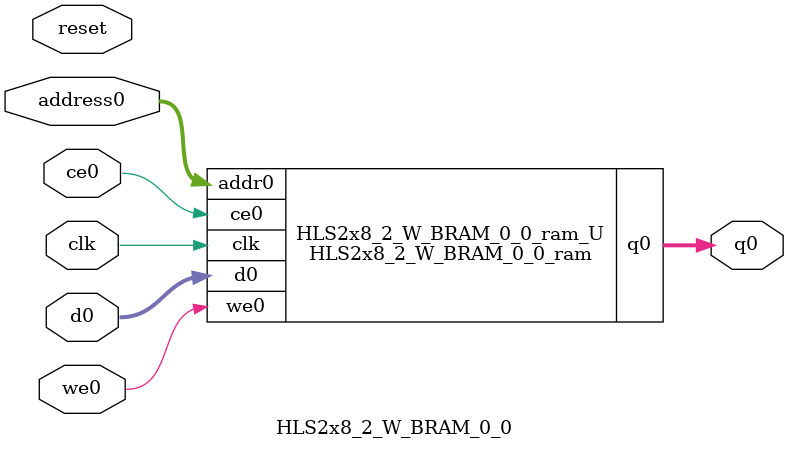
<source format=v>

`timescale 1 ns / 1 ps
module HLS2x8_2_W_BRAM_0_0_ram (addr0, ce0, d0, we0, q0,  clk);

parameter DWIDTH = 16;
parameter AWIDTH = 5;
parameter MEM_SIZE = 25;

input[AWIDTH-1:0] addr0;
input ce0;
input[DWIDTH-1:0] d0;
input we0;
output reg[DWIDTH-1:0] q0;
input clk;

(* ram_style = "distributed" *)reg [DWIDTH-1:0] ram[0:MEM_SIZE-1];




always @(posedge clk)  
begin 
    if (ce0) 
    begin
        if (we0) 
        begin 
            ram[addr0] <= d0; 
            q0 <= d0;
        end 
        else 
            q0 <= ram[addr0];
    end
end


endmodule


`timescale 1 ns / 1 ps
module HLS2x8_2_W_BRAM_0_0(
    reset,
    clk,
    address0,
    ce0,
    we0,
    d0,
    q0);

parameter DataWidth = 32'd16;
parameter AddressRange = 32'd25;
parameter AddressWidth = 32'd5;
input reset;
input clk;
input[AddressWidth - 1:0] address0;
input ce0;
input we0;
input[DataWidth - 1:0] d0;
output[DataWidth - 1:0] q0;



HLS2x8_2_W_BRAM_0_0_ram HLS2x8_2_W_BRAM_0_0_ram_U(
    .clk( clk ),
    .addr0( address0 ),
    .ce0( ce0 ),
    .d0( d0 ),
    .we0( we0 ),
    .q0( q0 ));

endmodule


</source>
